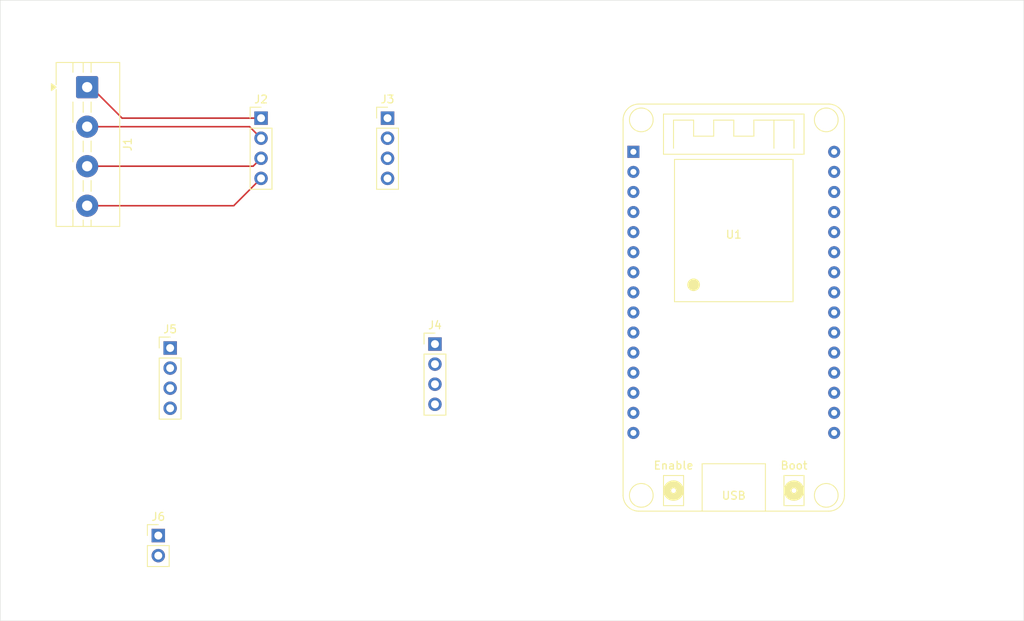
<source format=kicad_pcb>
(kicad_pcb (version 20241229) (generator "pcbnew") (generator_version "9.0")
  (layers (0 "F.Cu" signal) (2 "B.Cu" signal) (13 "F.Paste" user) (15 "B.Paste" user) (5 "F.SilkS" user "F.Silkscreen") (7 "B.SilkS" user "B.Silkscreen") (1 "F.Mask" user) (3 "B.Mask" user) (25 "Edge.Cuts" user))
  (net 0 "")
  (net 1 "E+")
  (net 2 "A-")
  (net 3 "A+")
  (net 4 "E-")
  (net 5 "DT")
  (net 6 "VCC")
  (net 7 "SCK")
  (net 8 "GND")
  (net 37 "DE")
  (net 38 "DI")
  (net 39 "RO")
  (footprint "Connector_PinHeader_2.54mm:PinHeader_1x04_P2.54mm_Vertical" (layer "F.Cu") (at 117.5 72.42)
    (property "Reference" "J3" (at 0 -2.38 0) (layer "F.SilkS"))
    (property "Value" "Conn_01x04_Socket")
    (fp_line (start -1.38 -1.38) (end 0 -1.38) (stroke (width 0.12)) (layer "F.SilkS"))
    (fp_line (start -1.38 0) (end -1.38 -1.38) (stroke (width 0.12)) (layer "F.SilkS"))
    (fp_line (start -1.38 1.27) (end -1.38 9) (stroke (width 0.12)) (layer "F.SilkS"))
    (fp_line (start -1.38 1.27) (end 1.38 1.27) (stroke (width 0.12)) (layer "F.SilkS"))
    (fp_line (start -1.38 9) (end 1.38 9) (stroke (width 0.12)) (layer "F.SilkS"))
    (fp_line (start 1.38 1.27) (end 1.38 9) (stroke (width 0.12)) (layer "F.SilkS"))
    (pad "1" thru_hole rect (at 0 0) (size 1.7 1.7) (drill 1) (layers "*.Cu" "*.Mask") (net 6 "VCC"))
    (pad "2" thru_hole circle (at 0 2.54) (size 1.7 1.7) (drill 1) (layers "*.Cu" "*.Mask") (net 7 "SCK"))
    (pad "3" thru_hole circle (at 0 5.08) (size 1.7 1.7) (drill 1) (layers "*.Cu" "*.Mask") (net 5 "DT"))
    (pad "4" thru_hole circle (at 0 7.62) (size 1.7 1.7) (drill 1) (layers "*.Cu" "*.Mask") (net 8 "GND"))
  )
  (footprint "Connector_PinHeader_2.54mm:PinHeader_1x04_P2.54mm_Vertical" (layer "F.Cu") (at 90 101.5)
    (property "Reference" "J5" (at 0 -2.38 0) (layer "F.SilkS"))
    (property "Value" "Conn_01x04_Socket")
    (fp_line (start -1.38 -1.38) (end 0 -1.38) (stroke (width 0.12)) (layer "F.SilkS"))
    (fp_line (start -1.38 0) (end -1.38 -1.38) (stroke (width 0.12)) (layer "F.SilkS"))
    (fp_line (start -1.38 1.27) (end -1.38 9) (stroke (width 0.12)) (layer "F.SilkS"))
    (fp_line (start -1.38 1.27) (end 1.38 1.27) (stroke (width 0.12)) (layer "F.SilkS"))
    (fp_line (start -1.38 9) (end 1.38 9) (stroke (width 0.12)) (layer "F.SilkS"))
    (fp_line (start 1.38 1.27) (end 1.38 9) (stroke (width 0.12)) (layer "F.SilkS"))
    (pad "1" thru_hole rect (at 0 0) (size 1.7 1.7) (drill 1) (layers "*.Cu" "*.Mask") (net 6 "VCC"))
    (pad "2" thru_hole circle (at 0 2.54) (size 1.7 1.7) (drill 1) (layers "*.Cu" "*.Mask"))
    (pad "3" thru_hole circle (at 0 5.08) (size 1.7 1.7) (drill 1) (layers "*.Cu" "*.Mask"))
    (pad "4" thru_hole circle (at 0 7.62) (size 1.7 1.7) (drill 1) (layers "*.Cu" "*.Mask") (net 8 "GND"))
  )
  (footprint "Connector_PinHeader_2.54mm:PinHeader_1x04_P2.54mm_Vertical" (layer "F.Cu") (at 101.5 72.42)
    (property "Reference" "J2" (at 0 -2.38 0) (layer "F.SilkS"))
    (property "Value" "Conn_01x04_Socket")
    (fp_line (start -1.38 -1.38) (end 0 -1.38) (stroke (width 0.12)) (layer "F.SilkS"))
    (fp_line (start -1.38 0) (end -1.38 -1.38) (stroke (width 0.12)) (layer "F.SilkS"))
    (fp_line (start -1.38 1.27) (end -1.38 9) (stroke (width 0.12)) (layer "F.SilkS"))
    (fp_line (start -1.38 1.27) (end 1.38 1.27) (stroke (width 0.12)) (layer "F.SilkS"))
    (fp_line (start -1.38 9) (end 1.38 9) (stroke (width 0.12)) (layer "F.SilkS"))
    (fp_line (start 1.38 1.27) (end 1.38 9) (stroke (width 0.12)) (layer "F.SilkS"))
    (pad "1" thru_hole rect (at 0 0) (size 1.7 1.7) (drill 1) (layers "*.Cu" "*.Mask") (net 1 "E+"))
    (pad "2" thru_hole circle (at 0 2.54) (size 1.7 1.7) (drill 1) (layers "*.Cu" "*.Mask") (net 4 "E-"))
    (pad "3" thru_hole circle (at 0 5.08) (size 1.7 1.7) (drill 1) (layers "*.Cu" "*.Mask") (net 2 "A-"))
    (pad "4" thru_hole circle (at 0 7.62) (size 1.7 1.7) (drill 1) (layers "*.Cu" "*.Mask") (net 3 "A+"))
  )
  (footprint "ESP32_DevKit_V1_DOIT:esp32_devkit_v1_doit" (layer "F.Cu") (at 161.3 76.68)
    (property "Reference" "U1" (at 0 10.47 0) (layer "F.SilkS"))
    (property "Value" "ESP32_DevKit_V1_DOIT")
    (fp_line (start -14 -4.04) (end -14 43.46) (stroke (width 0.12)) (layer "F.SilkS"))
    (fp_line (start -12 -6.04) (end 12 -6.04) (stroke (width 0.12)) (layer "F.SilkS"))
    (fp_line (start -12 45.46) (end 12 45.46) (stroke (width 0.12)) (layer "F.SilkS"))
    (fp_line (start -8.89 -4.77) (end 8.89 -4.77) (stroke (width 0.12)) (layer "F.SilkS"))
    (fp_line (start -8.89 0.31) (end -8.89 -4.77) (stroke (width 0.12)) (layer "F.SilkS"))
    (fp_line (start -8.89 40.95) (end -6.35 40.95) (stroke (width 0.12)) (layer "F.SilkS"))
    (fp_line (start -8.89 44.76) (end -8.89 40.95) (stroke (width 0.12)) (layer "F.SilkS"))
    (fp_line (start -7.62 -4.008) (end -5.08 -4.008) (stroke (width 0.12)) (layer "F.SilkS"))
    (fp_line (start -7.62 -0.452) (end -7.62 -4.008) (stroke (width 0.12)) (layer "F.SilkS"))
    (fp_line (start -7.5 0.96) (end 7.5 0.96) (stroke (width 0.12)) (layer "F.SilkS"))
    (fp_line (start -7.5 18.96) (end -7.5 0.96) (stroke (width 0.12)) (layer "F.SilkS"))
    (fp_line (start -6.35 40.95) (end -6.35 44.76) (stroke (width 0.12)) (layer "F.SilkS"))
    (fp_line (start -6.35 44.76) (end -8.89 44.76) (stroke (width 0.12)) (layer "F.SilkS"))
    (fp_line (start -5.08 -4.008) (end -5.08 -1.976) (stroke (width 0.12)) (layer "F.SilkS"))
    (fp_line (start -5.08 -1.976) (end -2.54 -1.976) (stroke (width 0.12)) (layer "F.SilkS"))
    (fp_line (start -4 39.46) (end -4 45.46) (stroke (width 0.12)) (layer "F.SilkS"))
    (fp_line (start -4 39.46) (end 4 39.46) (stroke (width 0.12)) (layer "F.SilkS"))
    (fp_line (start -2.54 -4.008) (end 0 -4.008) (stroke (width 0.12)) (layer "F.SilkS"))
    (fp_line (start -2.54 -1.976) (end -2.54 -4.008) (stroke (width 0.12)) (layer "F.SilkS"))
    (fp_line (start 0 -4.008) (end 0 -1.976) (stroke (width 0.12)) (layer "F.SilkS"))
    (fp_line (start 0 -1.976) (end 2.54 -1.976) (stroke (width 0.12)) (layer "F.SilkS"))
    (fp_line (start 2.54 -4.008) (end 7.62 -4.008) (stroke (width 0.12)) (layer "F.SilkS"))
    (fp_line (start 2.54 -1.976) (end 2.54 -4.008) (stroke (width 0.12)) (layer "F.SilkS"))
    (fp_line (start 4 39.46) (end 4 45.46) (stroke (width 0.12)) (layer "F.SilkS"))
    (fp_line (start 5.08 -4.008) (end 5.08 -0.452) (stroke (width 0.12)) (layer "F.SilkS"))
    (fp_line (start 6.35 40.95) (end 8.89 40.95) (stroke (width 0.12)) (layer "F.SilkS"))
    (fp_line (start 6.35 44.76) (end 6.35 40.95) (stroke (width 0.12)) (layer "F.SilkS"))
    (fp_line (start 7.5 0.96) (end 7.5 18.96) (stroke (width 0.12)) (layer "F.SilkS"))
    (fp_line (start 7.5 18.96) (end -7.5 18.96) (stroke (width 0.12)) (layer "F.SilkS"))
    (fp_line (start 7.62 -4.008) (end 7.62 -0.452) (stroke (width 0.12)) (layer "F.SilkS"))
    (fp_line (start 8.89 -4.77) (end 8.89 0.31) (stroke (width 0.12)) (layer "F.SilkS"))
    (fp_line (start 8.89 0.31) (end -8.89 0.31) (stroke (width 0.12)) (layer "F.SilkS"))
    (fp_line (start 8.89 40.95) (end 8.89 44.76) (stroke (width 0.12)) (layer "F.SilkS"))
    (fp_line (start 8.89 44.76) (end 6.35 44.76) (stroke (width 0.12)) (layer "F.SilkS"))
    (fp_line (start 14 43.46) (end 14 -4.04) (stroke (width 0.12)) (layer "F.SilkS"))
    (fp_arc (start -14 -4.04) (mid -13.414214 -5.454214) (end -12 -6.04) (stroke (width 0.12)) (layer "F.SilkS"))
    (fp_arc (start -12 45.46) (mid -13.414214 44.874214) (end -14 43.46) (stroke (width 0.12)) (layer "F.SilkS"))
    (fp_arc (start 12 -6.04) (mid 13.414214 -5.454214) (end 14 -4.04) (stroke (width 0.12)) (layer "F.SilkS"))
    (fp_arc (start 14 43.46) (mid 13.414214 44.874214) (end 12 45.46) (stroke (width 0.12)) (layer "F.SilkS"))
    (fp_circle (center -11.7 -4.04) (end -10.2 -4.04) (stroke (width 0.12)) (fill no) (layer "F.SilkS"))
    (fp_circle (center -11.7 43.46) (end -10.2 43.46) (stroke (width 0.12)) (fill no) (layer "F.SilkS"))
    (fp_circle (center -7.62 42.855) (end -7.32 42.855) (stroke (width 1)) (fill no) (layer "F.SilkS"))
    (fp_circle (center -5.08 16.82) (end -4.68 16.82) (stroke (width 0.8)) (fill no) (layer "F.SilkS"))
    (fp_circle (center 7.62 42.855) (end 7.92 42.855) (stroke (width 1)) (fill no) (layer "F.SilkS"))
    (fp_circle (center 11.7 -4.04) (end 13.2 -4.04) (stroke (width 0.12)) (fill no) (layer "F.SilkS"))
    (fp_circle (center 11.7 43.46) (end 13.2 43.46) (stroke (width 0.12)) (fill no) (layer "F.SilkS"))
    (fp_text user "Boot" (at 7.62 39.68 0) (layer "F.SilkS"))
    (fp_text user "Enable" (at -7.62 39.68 0) (layer "F.SilkS"))
    (fp_text user "USB" (at 0 43.49 0) (layer "F.SilkS"))
    (pad "1" thru_hole rect (at -12.7 0) (size 1.524 1.524) (drill 0.762) (layers "*.Cu" "*.Mask"))
    (pad "2" thru_hole circle (at -12.7 2.54) (size 1.524 1.524) (drill 0.762) (layers "*.Cu" "*.Mask"))
    (pad "3" thru_hole circle (at -12.7 5.08) (size 1.524 1.524) (drill 0.762) (layers "*.Cu" "*.Mask"))
    (pad "4" thru_hole circle (at -12.7 7.62) (size 1.524 1.524) (drill 0.762) (layers "*.Cu" "*.Mask"))
    (pad "5" thru_hole circle (at -12.7 10.16) (size 1.524 1.524) (drill 0.762) (layers "*.Cu" "*.Mask"))
    (pad "6" thru_hole circle (at -12.7 12.7) (size 1.524 1.524) (drill 0.762) (layers "*.Cu" "*.Mask"))
    (pad "7" thru_hole circle (at -12.7 15.24) (size 1.524 1.524) (drill 0.762) (layers "*.Cu" "*.Mask") (net 5 "DT"))
    (pad "8" thru_hole circle (at -12.7 17.78) (size 1.524 1.524) (drill 0.762) (layers "*.Cu" "*.Mask") (net 7 "SCK"))
    (pad "9" thru_hole circle (at -12.7 20.32) (size 1.524 1.524) (drill 0.762) (layers "*.Cu" "*.Mask"))
    (pad "10" thru_hole circle (at -12.7 22.86) (size 1.524 1.524) (drill 0.762) (layers "*.Cu" "*.Mask"))
    (pad "11" thru_hole circle (at -12.7 25.4) (size 1.524 1.524) (drill 0.762) (layers "*.Cu" "*.Mask"))
    (pad "12" thru_hole circle (at -12.7 27.94) (size 1.524 1.524) (drill 0.762) (layers "*.Cu" "*.Mask"))
    (pad "13" thru_hole circle (at -12.7 30.48) (size 1.524 1.524) (drill 0.762) (layers "*.Cu" "*.Mask"))
    (pad "14" thru_hole circle (at -12.7 33.02) (size 1.524 1.524) (drill 0.762) (layers "*.Cu" "*.Mask") (net 8 "GND"))
    (pad "15" thru_hole circle (at -12.7 35.56) (size 1.524 1.524) (drill 0.762) (layers "*.Cu" "*.Mask") (net 6 "VCC"))
    (pad "16" thru_hole circle (at 12.7 35.56) (size 1.524 1.524) (drill 0.762) (layers "*.Cu" "*.Mask"))
    (pad "17" thru_hole circle (at 12.7 33.02) (size 1.524 1.524) (drill 0.762) (layers "*.Cu" "*.Mask") (net 8 "GND"))
    (pad "18" thru_hole circle (at 12.7 30.48) (size 1.524 1.524) (drill 0.762) (layers "*.Cu" "*.Mask"))
    (pad "19" thru_hole circle (at 12.7 27.94) (size 1.524 1.524) (drill 0.762) (layers "*.Cu" "*.Mask"))
    (pad "20" thru_hole circle (at 12.7 25.4) (size 1.524 1.524) (drill 0.762) (layers "*.Cu" "*.Mask"))
    (pad "21" thru_hole circle (at 12.7 22.86) (size 1.524 1.524) (drill 0.762) (layers "*.Cu" "*.Mask") (net 38 "DI"))
    (pad "22" thru_hole circle (at 12.7 20.32) (size 1.524 1.524) (drill 0.762) (layers "*.Cu" "*.Mask") (net 39 "RO"))
    (pad "23" thru_hole circle (at 12.7 17.78) (size 1.524 1.524) (drill 0.762) (layers "*.Cu" "*.Mask"))
    (pad "24" thru_hole circle (at 12.7 15.24) (size 1.524 1.524) (drill 0.762) (layers "*.Cu" "*.Mask"))
    (pad "25" thru_hole circle (at 12.7 12.7) (size 1.524 1.524) (drill 0.762) (layers "*.Cu" "*.Mask") (net 37 "DE"))
    (pad "26" thru_hole circle (at 12.7 10.16) (size 1.524 1.524) (drill 0.762) (layers "*.Cu" "*.Mask") (net 37 "DE"))
    (pad "27" thru_hole circle (at 12.7 7.62) (size 1.524 1.524) (drill 0.762) (layers "*.Cu" "*.Mask"))
    (pad "28" thru_hole circle (at 12.7 5.08) (size 1.524 1.524) (drill 0.762) (layers "*.Cu" "*.Mask"))
    (pad "29" thru_hole circle (at 12.7 2.54) (size 1.524 1.524) (drill 0.762) (layers "*.Cu" "*.Mask"))
    (pad "30" thru_hole circle (at 12.7 0) (size 1.524 1.524) (drill 0.762) (layers "*.Cu" "*.Mask") (net 7 "SCK"))
  )
  (footprint "TerminalBlock:TerminalBlock_MaiXu_MX126-5.0-04P_1x04_P5.00mm" (layer "F.Cu") (at 79.5 68.5 -90)
    (property "Reference" "J1" (at 7.25 -5.12 90) (layer "F.SilkS"))
    (property "Value" "Screw_Terminal_01x04")
    (fp_line (start -3.12 3.92) (end -3.12 -4.12) (stroke (width 0.12)) (layer "F.SilkS"))
    (fp_line (start -0.3 3.92) (end -3.12 3.92) (stroke (width 0.12)) (layer "F.SilkS"))
    (fp_line (start 17.62 3.92) (end 0.3 3.92) (stroke (width 0.12)) (layer "F.SilkS"))
    (fp_line (start -3.12 1.8) (end -1.88 1.8) (stroke (width 0.12)) (layer "F.SilkS"))
    (fp_line (start 1.88 1.8) (end 4.457 1.8) (stroke (width 0.12)) (layer "F.SilkS"))
    (fp_line (start 5.543 1.8) (end 9.457 1.8) (stroke (width 0.12)) (layer "F.SilkS"))
    (fp_line (start 10.543 1.8) (end 14.457 1.8) (stroke (width 0.12)) (layer "F.SilkS"))
    (fp_line (start 15.543 1.8) (end 17.62 1.8) (stroke (width 0.12)) (layer "F.SilkS"))
    (fp_line (start -3.12 0.5) (end -1.88 0.5) (stroke (width 0.12)) (layer "F.SilkS"))
    (fp_line (start 1.88 0.5) (end 3.188 0.5) (stroke (width 0.12)) (layer "F.SilkS"))
    (fp_line (start 6.812 0.5) (end 8.188 0.5) (stroke (width 0.12)) (layer "F.SilkS"))
    (fp_line (start 11.812 0.5) (end 13.188 0.5) (stroke (width 0.12)) (layer "F.SilkS"))
    (fp_line (start 16.812 0.5) (end 17.62 0.5) (stroke (width 0.12)) (layer "F.SilkS"))
    (fp_line (start -3.12 -0.5) (end -1.88 -0.5) (stroke (width 0.12)) (layer "F.SilkS"))
    (fp_line (start 1.88 -0.5) (end 3.188 -0.5) (stroke (width 0.12)) (layer "F.SilkS"))
    (fp_line (start 6.812 -0.5) (end 8.188 -0.5) (stroke (width 0.12)) (layer "F.SilkS"))
    (fp_line (start 11.812 -0.5) (end 13.188 -0.5) (stroke (width 0.12)) (layer "F.SilkS"))
    (fp_line (start 16.812 -0.5) (end 17.62 -0.5) (stroke (width 0.12)) (layer "F.SilkS"))
    (fp_line (start -3.12 -4.12) (end 17.62 -4.12) (stroke (width 0.12)) (layer "F.SilkS"))
    (fp_line (start 17.62 -4.12) (end 17.62 3.92) (stroke (width 0.12)) (layer "F.SilkS"))
    (fp_poly (pts (xy 0 3.92) (xy 0.44 4.53) (xy -0.44 4.53)) (stroke (width 0.12)) (fill yes) (layer "F.SilkS"))
    (pad "1" thru_hole roundrect (at 0 0 270) (size 2.8 2.8) (drill 1.3) (layers "*.Cu" "*.Mask") (roundrect_rratio 0.089286) (net 1 "E+"))
    (pad "2" thru_hole circle (at 5 0 270) (size 2.8 2.8) (drill 1.3) (layers "*.Cu" "*.Mask") (net 4 "E-"))
    (pad "3" thru_hole circle (at 10 0 270) (size 2.8 2.8) (drill 1.3) (layers "*.Cu" "*.Mask") (net 2 "A-"))
    (pad "4" thru_hole circle (at 15 0 270) (size 2.8 2.8) (drill 1.3) (layers "*.Cu" "*.Mask") (net 3 "A+"))
  )
  (footprint "Connector_PinHeader_2.54mm:PinHeader_1x02_P2.54mm_Vertical" (layer "F.Cu") (at 88.5 125.225)
    (property "Reference" "J6" (at 0 -2.38 0) (layer "F.SilkS"))
    (property "Value" "Conn_01x02_Socket")
    (fp_line (start -1.38 -1.38) (end 0 -1.38) (stroke (width 0.12)) (layer "F.SilkS"))
    (fp_line (start -1.38 0) (end -1.38 -1.38) (stroke (width 0.12)) (layer "F.SilkS"))
    (fp_line (start -1.38 1.27) (end -1.38 3.92) (stroke (width 0.12)) (layer "F.SilkS"))
    (fp_line (start -1.38 1.27) (end 1.38 1.27) (stroke (width 0.12)) (layer "F.SilkS"))
    (fp_line (start -1.38 3.92) (end 1.38 3.92) (stroke (width 0.12)) (layer "F.SilkS"))
    (fp_line (start 1.38 1.27) (end 1.38 3.92) (stroke (width 0.12)) (layer "F.SilkS"))
    (pad "1" thru_hole rect (at 0 0) (size 1.7 1.7) (drill 1) (layers "*.Cu" "*.Mask"))
    (pad "2" thru_hole circle (at 0 2.54) (size 1.7 1.7) (drill 1) (layers "*.Cu" "*.Mask"))
  )
  (footprint "Connector_PinHeader_2.54mm:PinHeader_1x04_P2.54mm_Vertical" (layer "F.Cu") (at 123.5 101)
    (property "Reference" "J4" (at 0 -2.38 0) (layer "F.SilkS"))
    (property "Value" "Conn_01x04_Socket")
    (fp_line (start -1.38 -1.38) (end 0 -1.38) (stroke (width 0.12)) (layer "F.SilkS"))
    (fp_line (start -1.38 0) (end -1.38 -1.38) (stroke (width 0.12)) (layer "F.SilkS"))
    (fp_line (start -1.38 1.27) (end -1.38 9) (stroke (width 0.12)) (layer "F.SilkS"))
    (fp_line (start -1.38 1.27) (end 1.38 1.27) (stroke (width 0.12)) (layer "F.SilkS"))
    (fp_line (start -1.38 9) (end 1.38 9) (stroke (width 0.12)) (layer "F.SilkS"))
    (fp_line (start 1.38 1.27) (end 1.38 9) (stroke (width 0.12)) (layer "F.SilkS"))
    (pad "1" thru_hole rect (at 0 0) (size 1.7 1.7) (drill 1) (layers "*.Cu" "*.Mask"))
    (pad "2" thru_hole circle (at 0 2.54) (size 1.7 1.7) (drill 1) (layers "*.Cu" "*.Mask"))
    (pad "3" thru_hole circle (at 0 5.08) (size 1.7 1.7) (drill 1) (layers "*.Cu" "*.Mask"))
    (pad "4" thru_hole circle (at 0 7.62) (size 1.7 1.7) (drill 1) (layers "*.Cu" "*.Mask"))
  )
  (gr_rect (start 68.5 57.5) (end 198 136) (stroke (width 0.05)) (fill no) (layer "Edge.Cuts"))
  (segment (start 83.92 72.42) (end 101.5 72.42) (width 0.2) (layer "F.Cu") (net 1))
  (segment (start 79.5 68.5) (end 80 68.5) (width 0.2) (layer "F.Cu") (net 1))
  (segment (start 80 68.5) (end 83.92 72.42) (width 0.2) (layer "F.Cu") (net 1))
  (segment (start 100.5 78.5) (end 101.5 77.5) (width 0.2) (layer "F.Cu") (net 2))
  (segment (start 79.5 78.5) (end 100.5 78.5) (width 0.2) (layer "F.Cu") (net 2))
  (segment (start 98.04 83.5) (end 101.5 80.04) (width 0.2) (layer "F.Cu") (net 3))
  (segment (start 79.5 83.5) (end 98.04 83.5) (width 0.2) (layer "F.Cu") (net 3))
  (segment (start 100.04 73.5) (end 101.5 74.96) (width 0.2) (layer "F.Cu") (net 4))
  (segment (start 79.5 73.5) (end 100.04 73.5) (width 0.2) (layer "F.Cu") (net 4))
)
</source>
